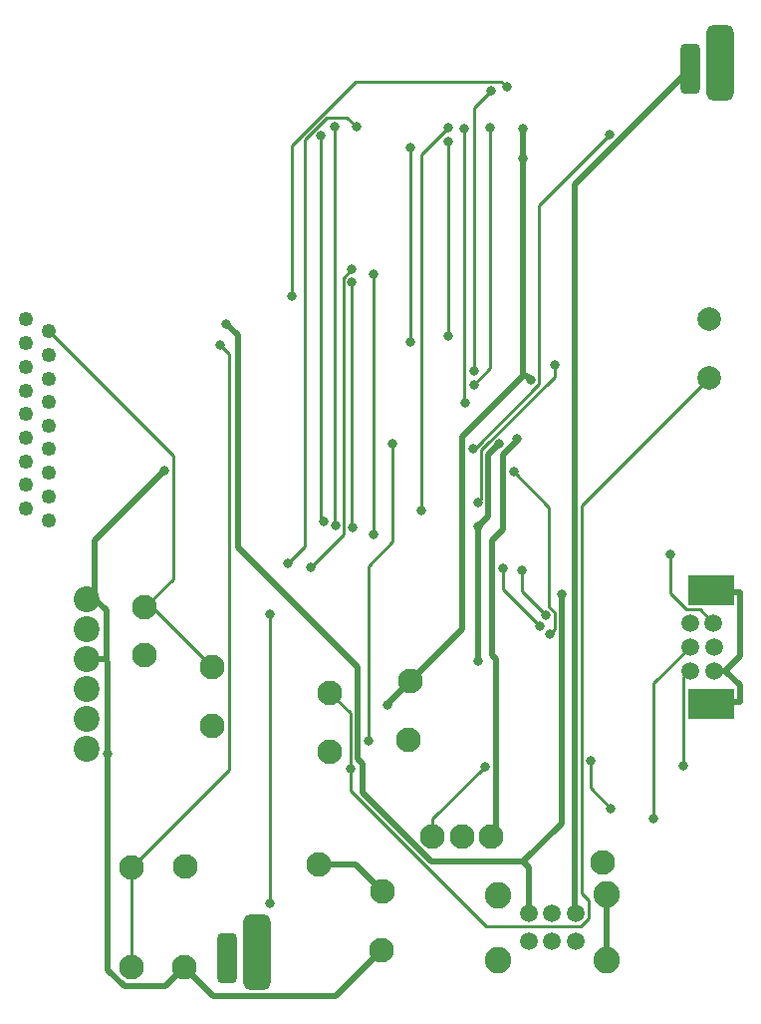
<source format=gbr>
%TF.GenerationSoftware,KiCad,Pcbnew,(6.0.2)*%
%TF.CreationDate,2022-09-11T13:52:49-05:00*%
%TF.ProjectId,IF-GBP-02,49462d47-4250-42d3-9032-2e6b69636164,rev?*%
%TF.SameCoordinates,Original*%
%TF.FileFunction,Copper,L1,Top*%
%TF.FilePolarity,Positive*%
%FSLAX46Y46*%
G04 Gerber Fmt 4.6, Leading zero omitted, Abs format (unit mm)*
G04 Created by KiCad (PCBNEW (6.0.2)) date 2022-09-11 13:52:49*
%MOMM*%
%LPD*%
G01*
G04 APERTURE LIST*
G04 Aperture macros list*
%AMRoundRect*
0 Rectangle with rounded corners*
0 $1 Rounding radius*
0 $2 $3 $4 $5 $6 $7 $8 $9 X,Y pos of 4 corners*
0 Add a 4 corners polygon primitive as box body*
4,1,4,$2,$3,$4,$5,$6,$7,$8,$9,$2,$3,0*
0 Add four circle primitives for the rounded corners*
1,1,$1+$1,$2,$3*
1,1,$1+$1,$4,$5*
1,1,$1+$1,$6,$7*
1,1,$1+$1,$8,$9*
0 Add four rect primitives between the rounded corners*
20,1,$1+$1,$2,$3,$4,$5,0*
20,1,$1+$1,$4,$5,$6,$7,0*
20,1,$1+$1,$6,$7,$8,$9,0*
20,1,$1+$1,$8,$9,$2,$3,0*%
G04 Aperture macros list end*
%TA.AperFunction,ComponentPad*%
%ADD10C,2.100000*%
%TD*%
%TA.AperFunction,ComponentPad*%
%ADD11C,1.500000*%
%TD*%
%TA.AperFunction,ComponentPad*%
%ADD12C,2.250000*%
%TD*%
%TA.AperFunction,ComponentPad*%
%ADD13C,2.200000*%
%TD*%
%TA.AperFunction,ComponentPad*%
%ADD14C,2.000000*%
%TD*%
%TA.AperFunction,ComponentPad*%
%ADD15C,1.250000*%
%TD*%
%TA.AperFunction,ComponentPad*%
%ADD16R,4.000000X2.500000*%
%TD*%
%TA.AperFunction,ComponentPad*%
%ADD17RoundRect,0.575000X0.575000X2.650000X-0.575000X2.650000X-0.575000X-2.650000X0.575000X-2.650000X0*%
%TD*%
%TA.AperFunction,ComponentPad*%
%ADD18RoundRect,0.425000X0.425000X1.700000X-0.425000X1.700000X-0.425000X-1.700000X0.425000X-1.700000X0*%
%TD*%
%TA.AperFunction,ViaPad*%
%ADD19C,0.800000*%
%TD*%
%TA.AperFunction,Conductor*%
%ADD20C,0.550000*%
%TD*%
%TA.AperFunction,Conductor*%
%ADD21C,0.250000*%
%TD*%
G04 APERTURE END LIST*
D10*
%TO.P,L1,1,1*%
%TO.N,/LED.Anode*%
X145322000Y-116728000D03*
%TO.P,L1,2,2*%
%TO.N,/Route1*%
X145320000Y-121772000D03*
%TD*%
D11*
%TO.P,SW2,1,A*%
%TO.N,/Off.GND*%
X162266000Y-135468000D03*
%TO.P,SW2,2,B*%
%TO.N,/GND*%
X164249000Y-135470000D03*
%TO.P,SW2,3,C*%
%TO.N,/9V-*%
X166272000Y-135469100D03*
%TO.P,SW2,4,A*%
%TO.N,unconnected-(SW2-Pad4)*%
X162264000Y-137889000D03*
%TO.P,SW2,5,B*%
%TO.N,/9V.F1*%
X164250000Y-137889000D03*
%TO.P,SW2,6,C*%
%TO.N,/9V.Prefuse*%
X166272000Y-137889000D03*
D12*
%TO.P,SW2,7,Case_GND*%
%TO.N,/GND*%
X159685000Y-133921000D03*
X159683900Y-139473000D03*
%TO.P,SW2,8,Case_GND*%
X168893000Y-139440000D03*
X168893000Y-133879000D03*
%TD*%
D10*
%TO.P,F2,1*%
%TO.N,/9V.Postfuse*%
X144366000Y-131299000D03*
%TO.P,F2,2*%
%TO.N,/9V.Prefuse*%
X168567000Y-131183000D03*
%TD*%
%TO.P,C2,1*%
%TO.N,/LED.Anode*%
X135321000Y-114564000D03*
%TO.P,C2,2*%
%TO.N,/Route10*%
X135360700Y-119602400D03*
%TD*%
D13*
%TO.P,CN1,1,Pin_1*%
%TO.N,/VCC*%
X124711000Y-121545000D03*
%TO.P,CN1,2,Pin_2*%
%TO.N,/CN1.P2*%
X124708000Y-118997000D03*
%TO.P,CN1,3,Pin_3*%
%TO.N,/CN1.P3*%
X124714000Y-116460000D03*
%TO.P,CN1,4,Pin_4*%
%TO.N,/GND*%
X124712000Y-113921000D03*
%TO.P,CN1,5,Pin_5*%
%TO.N,/P51*%
X124717000Y-111342000D03*
%TO.P,CN1,6,Pin_6*%
%TO.N,/GND*%
X124715000Y-108795000D03*
%TD*%
D10*
%TO.P,Q1,1,B*%
%TO.N,/Route2*%
X154099000Y-128995000D03*
%TO.P,Q1,2,C*%
%TO.N,/Route1*%
X156556000Y-128999000D03*
%TO.P,Q1,3,E*%
%TO.N,/9V.Postfuse*%
X159055000Y-129001000D03*
%TD*%
%TO.P,C3,1*%
%TO.N,/VCC*%
X152183000Y-115776000D03*
%TO.P,C3,2*%
%TO.N,/Route17*%
X152020000Y-120770000D03*
%TD*%
%TO.P,SW1,1,1*%
%TO.N,/Button*%
X128486000Y-140083000D03*
%TO.P,SW1,2,2*%
X128484000Y-131552000D03*
%TO.P,SW1,3,K*%
%TO.N,/GND*%
X132973000Y-140043000D03*
%TO.P,SW1,4,A*%
%TO.N,unconnected-(SW1-Pad4)*%
X133048000Y-131513000D03*
%TD*%
%TO.P,L2,1,1*%
%TO.N,/LED.Anode*%
X129603000Y-109511000D03*
%TO.P,L2,2,2*%
%TO.N,/VCC*%
X129558000Y-113558000D03*
%TD*%
D14*
%TO.P,LED1,1,K*%
%TO.N,/LED.Cathode*%
X177622700Y-85023300D03*
%TO.P,LED1,2,A*%
%TO.N,/LED.Anode*%
X177587000Y-90026000D03*
%TD*%
D10*
%TO.P,C1,1*%
%TO.N,/9V.Postfuse*%
X149805000Y-133578000D03*
%TO.P,C1,2*%
%TO.N,/GND*%
X149763300Y-138611300D03*
%TD*%
D15*
%TO.P,CN2,1,Pin_1*%
%TO.N,/LED.Anode*%
X119483000Y-85060500D03*
%TO.P,CN2,2,Pin_2*%
X121466000Y-86052700D03*
%TO.P,CN2,3,Pin_3*%
%TO.N,/IC5.O1*%
X119484000Y-87044000D03*
%TO.P,CN2,4,Pin_4*%
%TO.N,/IC5.O2*%
X121465000Y-88038000D03*
%TO.P,CN2,5,Pin_5*%
%TO.N,/IC5.O3*%
X119478000Y-89067000D03*
%TO.P,CN2,6,Pin_6*%
%TO.N,/IC5.O4*%
X121465000Y-90104000D03*
%TO.P,CN2,7,Pin_7*%
%TO.N,/IC5.O5*%
X119482000Y-91094000D03*
%TO.P,CN2,8,Pin_8*%
%TO.N,/IC5.O6*%
X121463000Y-92084000D03*
%TO.P,CN2,9,Pin_9*%
%TO.N,/IC5.O7*%
X119482000Y-93077000D03*
%TO.P,CN2,10,Pin_10*%
%TO.N,/IC5.O8*%
X121468000Y-94071000D03*
%TO.P,CN2,11,Pin_11*%
%TO.N,/IC6.O1*%
X119481000Y-95103000D03*
%TO.P,CN2,12,Pin_12*%
%TO.N,/IC6.O2*%
X121466000Y-96054000D03*
%TO.P,CN2,13,Pin_13*%
%TO.N,/IC6.O3*%
X119483000Y-97088000D03*
%TO.P,CN2,14,Pin_14*%
%TO.N,/IC6.O4*%
X121470000Y-98079000D03*
%TO.P,CN2,15,Pin_15*%
%TO.N,/IC6.O5*%
X119483000Y-99109000D03*
%TO.P,CN2,16,Pin_16*%
%TO.N,/IC6.O6*%
X121466000Y-100106000D03*
%TO.P,CN2,17,Pin_17*%
%TO.N,/IC6.O7*%
X119485000Y-101096000D03*
%TO.P,CN2,18,Pin_18*%
%TO.N,/IC6.O8*%
X121464000Y-102129000D03*
%TD*%
D11*
%TO.P,CN3,1,Pin_1*%
%TO.N,unconnected-(CN3-Pad1)*%
X175952000Y-110864000D03*
%TO.P,CN3,2,Pin_2*%
%TO.N,/Link.P2*%
X177973000Y-110860000D03*
%TO.P,CN3,3,Pin_3*%
%TO.N,/Link.P3*%
X175953000Y-112887000D03*
%TO.P,CN3,4,Pin_4*%
%TO.N,unconnected-(CN3-Pad4)*%
X177981000Y-112887000D03*
%TO.P,CN3,5,Pin_5*%
%TO.N,/Link.P5*%
X175955000Y-114869000D03*
%TO.P,CN3,6,Pin_6*%
%TO.N,/GND*%
X177976000Y-114874000D03*
D16*
%TO.P,CN3,7,GND*%
X177739000Y-108030000D03*
%TO.P,CN3,8,GND*%
X177739000Y-117696000D03*
%TD*%
D17*
%TO.P,J2,1,Pin_1*%
%TO.N,/9V+*%
X139196000Y-138803000D03*
D18*
X136617000Y-139319000D03*
%TO.P,J2,2,Pin_2*%
%TO.N,/9V-*%
X175991000Y-63755000D03*
D17*
X178564000Y-63240000D03*
%TD*%
D19*
%TO.N,/GND*%
X157964100Y-102663000D03*
X159742000Y-95634000D03*
X157964100Y-114080000D03*
X131306700Y-97912500D03*
X126495200Y-121960300D03*
%TO.N,/VCC*%
X150249300Y-117808100D03*
X161775700Y-68821700D03*
X162415900Y-90205100D03*
X161775700Y-71428500D03*
%TO.N,/P53*%
X157949100Y-100599000D03*
X164431000Y-88918900D03*
%TO.N,/Button*%
X136009300Y-87231700D03*
%TO.N,/WE*%
X142107800Y-83099500D03*
X160366300Y-65333300D03*
%TO.N,/CE1*%
X152169800Y-70457700D03*
X152169800Y-86970800D03*
%TO.N,/A8*%
X157608400Y-89418000D03*
X159055900Y-65600100D03*
%TO.N,/A9*%
X157584600Y-90602000D03*
X159008400Y-68729300D03*
%TO.N,/A10*%
X155399800Y-86497500D03*
X155377300Y-69949900D03*
%TO.N,/A11*%
X156827900Y-92143000D03*
X156772200Y-68830900D03*
%TO.N,/P45*%
X164043100Y-111751500D03*
X160964200Y-97981100D03*
%TO.N,/P46*%
X150710600Y-95564000D03*
X169238200Y-126554000D03*
X148620800Y-120864600D03*
X167478200Y-122567100D03*
%TO.N,/P47*%
X157499000Y-96038600D03*
X169153200Y-69345700D03*
%TO.N,/P52*%
X140293100Y-110115200D03*
X140293100Y-134603500D03*
%TO.N,/OE*%
X153145100Y-101251700D03*
X155421900Y-68745100D03*
%TO.N,/P60*%
X161684600Y-106339400D03*
X163682400Y-110166700D03*
%TO.N,/P61*%
X160065100Y-106211300D03*
X163192700Y-111091600D03*
%TO.N,/D0*%
X149061600Y-103271400D03*
X149061600Y-81231400D03*
%TO.N,/D1*%
X147287800Y-102706100D03*
X147224300Y-81898700D03*
%TO.N,/D2*%
X147228400Y-80821800D03*
X143714300Y-106118700D03*
%TO.N,/D3*%
X145742700Y-68671900D03*
X145821900Y-102534000D03*
%TO.N,/D4*%
X147605300Y-68717800D03*
X141798200Y-105761500D03*
%TO.N,/D5*%
X144786800Y-102171500D03*
X144596700Y-69479600D03*
%TO.N,/Off.GND*%
X165036500Y-108375000D03*
X136566600Y-85402100D03*
%TO.N,/LED.Anode*%
X147094200Y-123166500D03*
%TO.N,/9V.Postfuse*%
X161272400Y-95164800D03*
%TO.N,/Route2*%
X158560500Y-123006600D03*
%TO.N,/Link.P5*%
X175417800Y-122941500D03*
%TO.N,/Link.P3*%
X172888300Y-127440000D03*
%TO.N,/Link.P2*%
X174303100Y-104966300D03*
%TD*%
D20*
%TO.N,/GND*%
X127853100Y-141636700D02*
X126495200Y-140278800D01*
X180214100Y-108205000D02*
X180214100Y-113615100D01*
X157964100Y-102663000D02*
X158824300Y-101802800D01*
X125388500Y-108795000D02*
X124715000Y-108795000D01*
X132973000Y-140043000D02*
X131379300Y-141636700D01*
X126362100Y-109768600D02*
X125388500Y-108795000D01*
X178955200Y-114874000D02*
X177976000Y-114874000D01*
X180214100Y-116132900D02*
X178955200Y-114874000D01*
X158824300Y-101802800D02*
X158824300Y-96551700D01*
X132973000Y-140043000D02*
X135464100Y-142534100D01*
X126292000Y-113921000D02*
X126362100Y-113850900D01*
X145840500Y-142534100D02*
X149763300Y-138611300D01*
X180214100Y-117521000D02*
X180214100Y-116132900D01*
X126292000Y-113921000D02*
X126495200Y-114124200D01*
X125388500Y-108795000D02*
X125388500Y-103830700D01*
X131379300Y-141636700D02*
X127853100Y-141636700D01*
X126495200Y-140278800D02*
X126495200Y-121960300D01*
X177739000Y-117521000D02*
X180214100Y-117521000D01*
X157964100Y-102663000D02*
X157964100Y-114080000D01*
X180214100Y-113615100D02*
X178955200Y-114874000D01*
X168893000Y-133879000D02*
X168893000Y-139440000D01*
X177739000Y-108205000D02*
X180214100Y-108205000D01*
X125388500Y-103830700D02*
X131306700Y-97912500D01*
X124712000Y-113921000D02*
X126292000Y-113921000D01*
X135464100Y-142534100D02*
X145840500Y-142534100D01*
X126495200Y-114124200D02*
X126495200Y-121960300D01*
X126362100Y-113850900D02*
X126362100Y-109768600D01*
X158824300Y-96551700D02*
X159742000Y-95634000D01*
%TO.N,/VCC*%
X156623900Y-111335100D02*
X152183000Y-115776000D01*
X161775700Y-89858900D02*
X161775700Y-71428500D01*
X161775700Y-71428500D02*
X161775700Y-68821700D01*
X156623900Y-95010700D02*
X156623900Y-111335100D01*
X162069700Y-89858900D02*
X161775700Y-89858900D01*
X162415900Y-90205100D02*
X162069700Y-89858900D01*
X152183000Y-115776000D02*
X150249300Y-117709700D01*
X150249300Y-117709700D02*
X150249300Y-117808100D01*
X161775700Y-89858900D02*
X156623900Y-95010700D01*
D21*
%TO.N,/P53*%
X158224200Y-96126400D02*
X158224200Y-100323900D01*
X164431000Y-89919600D02*
X158224200Y-96126400D01*
X164431000Y-88918900D02*
X164431000Y-89919600D01*
X158224200Y-100323900D02*
X157949100Y-100599000D01*
%TO.N,/Button*%
X136009300Y-87231700D02*
X136753200Y-87975600D01*
X136753200Y-87975600D02*
X136753200Y-123282800D01*
X128486000Y-140083000D02*
X128484000Y-140081000D01*
X136753200Y-123282800D02*
X128484000Y-131552000D01*
X128484000Y-140081000D02*
X128484000Y-131552000D01*
%TO.N,/WE*%
X147504100Y-64856900D02*
X142107800Y-70253200D01*
X159889900Y-64856900D02*
X147504100Y-64856900D01*
X160366300Y-65333300D02*
X159889900Y-64856900D01*
X142107800Y-70253200D02*
X142107800Y-83099500D01*
%TO.N,/CE1*%
X152169800Y-70457700D02*
X152169800Y-86970800D01*
%TO.N,/A8*%
X157608400Y-67047600D02*
X159055900Y-65600100D01*
X157608400Y-89418000D02*
X157608400Y-67047600D01*
%TO.N,/A9*%
X159008400Y-89178200D02*
X159008400Y-68729300D01*
X157584600Y-90602000D02*
X159008400Y-89178200D01*
%TO.N,/A10*%
X155399800Y-69972400D02*
X155377300Y-69949900D01*
X155399800Y-86497500D02*
X155399800Y-69972400D01*
%TO.N,/A11*%
X156772200Y-68830900D02*
X156772200Y-92087300D01*
X156772200Y-92087300D02*
X156827900Y-92143000D01*
%TO.N,/P45*%
X164436400Y-111358200D02*
X164043100Y-111751500D01*
X163990700Y-109449500D02*
X164436400Y-109895200D01*
X160964200Y-97981100D02*
X163990700Y-101007600D01*
X164436400Y-109895200D02*
X164436400Y-111358200D01*
X163990700Y-101007600D02*
X163990700Y-109449500D01*
%TO.N,/P46*%
X150710600Y-95564000D02*
X150710600Y-103940100D01*
X167478200Y-124794000D02*
X167478200Y-122567100D01*
X150710600Y-103940100D02*
X148620800Y-106029900D01*
X148620800Y-106029900D02*
X148620800Y-120864600D01*
X169238200Y-126554000D02*
X167478200Y-124794000D01*
%TO.N,/P47*%
X163156900Y-90557200D02*
X157675500Y-96038600D01*
X169153200Y-69345700D02*
X163156900Y-75342000D01*
X163156900Y-75342000D02*
X163156900Y-90557200D01*
X157675500Y-96038600D02*
X157499000Y-96038600D01*
%TO.N,/P52*%
X140293100Y-134603500D02*
X140293100Y-110115200D01*
%TO.N,/OE*%
X153145100Y-71021900D02*
X155421900Y-68745100D01*
X153145100Y-101251700D02*
X153145100Y-71021900D01*
%TO.N,/P60*%
X161684600Y-108168900D02*
X163682400Y-110166700D01*
X161684600Y-106339400D02*
X161684600Y-108168900D01*
%TO.N,/P61*%
X160065100Y-107964000D02*
X163192700Y-111091600D01*
X160065100Y-106211300D02*
X160065100Y-107964000D01*
%TO.N,/D0*%
X149061600Y-81231400D02*
X149061600Y-103271400D01*
%TO.N,/D1*%
X147224300Y-102642600D02*
X147287800Y-102706100D01*
X147224300Y-81898700D02*
X147224300Y-102642600D01*
%TO.N,/D2*%
X146483400Y-81566800D02*
X146483400Y-102170100D01*
X147228400Y-80821800D02*
X146483400Y-81566800D01*
X146554700Y-103278300D02*
X143714300Y-106118700D01*
X146483400Y-102170100D02*
X146554700Y-102241400D01*
X146554700Y-102241400D02*
X146554700Y-103278300D01*
%TO.N,/D3*%
X145742700Y-68671900D02*
X145742700Y-102454800D01*
X145742700Y-102454800D02*
X145821900Y-102534000D01*
%TO.N,/D4*%
X143214700Y-104345000D02*
X143214700Y-69782900D01*
X141798200Y-105761500D02*
X143214700Y-104345000D01*
X146789700Y-67902200D02*
X147605300Y-68717800D01*
X143214700Y-69782900D02*
X145095400Y-67902200D01*
X145095400Y-67902200D02*
X146789700Y-67902200D01*
%TO.N,/D5*%
X144596700Y-101981400D02*
X144786800Y-102171500D01*
X144596700Y-69479600D02*
X144596700Y-101981400D01*
D20*
%TO.N,/Off.GND*%
X162266000Y-135468000D02*
X162266000Y-131578400D01*
X161775400Y-131087800D02*
X165036500Y-127826700D01*
X147694400Y-114570400D02*
X137521000Y-104397000D01*
X161775400Y-131087800D02*
X153974600Y-131087800D01*
X153974600Y-131087800D02*
X148120800Y-125234000D01*
X148120800Y-122800500D02*
X147694400Y-122374100D01*
X165036500Y-127826700D02*
X165036500Y-108375000D01*
X162266000Y-131578400D02*
X161775400Y-131087800D01*
X137521000Y-104397000D02*
X137521000Y-86356500D01*
X148120800Y-125234000D02*
X148120800Y-122800500D01*
X137521000Y-86356500D02*
X136566600Y-85402100D01*
X147694400Y-122374100D02*
X147694400Y-114570400D01*
%TO.N,/9V-*%
X166146800Y-73599200D02*
X175991000Y-63755000D01*
X166146800Y-135343900D02*
X166146800Y-73599200D01*
X166272000Y-135469100D02*
X166146800Y-135343900D01*
D21*
%TO.N,/LED.Anode*%
X129935500Y-109178500D02*
X135321000Y-114564000D01*
X167350600Y-135938500D02*
X167350600Y-134387400D01*
X147094200Y-125056200D02*
X158626000Y-136588000D01*
X167350600Y-134387400D02*
X166747000Y-133783800D01*
X147094200Y-118500200D02*
X147094200Y-123166500D01*
X129935500Y-109178500D02*
X129603000Y-109511000D01*
X129935500Y-109178500D02*
X132031800Y-107082200D01*
X166701100Y-136588000D02*
X167350600Y-135938500D01*
X132031800Y-96618500D02*
X121466000Y-86052700D01*
X132031800Y-107082200D02*
X132031800Y-96618500D01*
X147094200Y-123166500D02*
X147094200Y-125056200D01*
X166747000Y-100866000D02*
X177587000Y-90026000D01*
X145322000Y-116728000D02*
X147094200Y-118500200D01*
X158626000Y-136588000D02*
X166701100Y-136588000D01*
X166747000Y-133783800D02*
X166747000Y-100866000D01*
D20*
%TO.N,/9V.Postfuse*%
X159435600Y-113855300D02*
X159146900Y-113566600D01*
X160066300Y-102874200D02*
X160066300Y-96547300D01*
X159146900Y-113566600D02*
X159146900Y-103793600D01*
X159055000Y-129001000D02*
X159435600Y-128620400D01*
X160066300Y-96547300D02*
X161272400Y-95341200D01*
X147526000Y-131299000D02*
X149805000Y-133578000D01*
X159146900Y-103793600D02*
X160066300Y-102874200D01*
X144366000Y-131299000D02*
X147526000Y-131299000D01*
X161272400Y-95341200D02*
X161272400Y-95164800D01*
X159435600Y-128620400D02*
X159435600Y-113855300D01*
D21*
%TO.N,/Route2*%
X154099000Y-128995000D02*
X154099000Y-127468100D01*
X154099000Y-127468100D02*
X158560500Y-123006600D01*
%TO.N,/Link.P5*%
X175955000Y-114869000D02*
X175413800Y-115410200D01*
X175413800Y-115410200D02*
X175413800Y-122937500D01*
X175413800Y-122937500D02*
X175417800Y-122941500D01*
%TO.N,/Link.P3*%
X175953000Y-112887000D02*
X172888300Y-115951700D01*
X172888300Y-115951700D02*
X172888300Y-127440000D01*
%TO.N,/Link.P2*%
X174303100Y-108324500D02*
X174303100Y-104966300D01*
X177973000Y-110860000D02*
X176810000Y-109697000D01*
X176810000Y-109697000D02*
X175675600Y-109697000D01*
X175675600Y-109697000D02*
X174303100Y-108324500D01*
%TD*%
M02*

</source>
